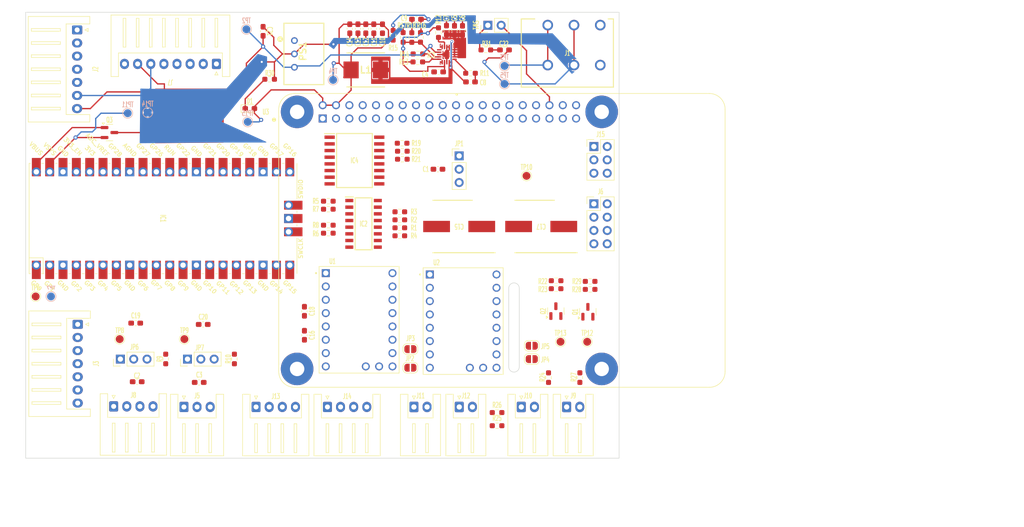
<source format=kicad_pcb>
(kicad_pcb (version 20240108) (generator "pcbnew") (generator_version "8.0")
  (layers (0 "F.Cu" signal) (31 "B.Cu" signal) (34 "B.Paste" user) (35 "F.Paste" user) (36 "B.SilkS" user "B.Silkscreen") (37 "F.SilkS" user "F.Silkscreen") (38 "B.Mask" user) (39 "F.Mask" user) (44 "Edge.Cuts" user))
  (net 0 "")
  (net 1 "/TX_PICO")
  (net 2 "/RX_PICO")
  (net 3 "/MUX_RX1")
  (net 4 "/MUX_RX3")
  (net 5 "/MUX_RX4")
  (net 6 "/MUX_RX2")
  (net 7 "/MUX_TX1")
  (net 8 "/MUX_TX2")
  (net 9 "/MUX_TX3")
  (net 10 "+12V")
  (net 11 "GND")
  (net 14 "/Display1_CS")
  (net 15 "/Display_DC")
  (net 16 "/Display_SDA")
  (net 17 "/Display_SCL")
  (net 18 "/Display2_CS")
  (net 19 "/RXD_PI4")
  (net 20 "/TXD_PI4")
  (net 26 "/MD1_DIR")
  (net 27 "/MD1_STEP")
  (net 28 "/MD1_EN")
  (net 29 "/MD2_STEP")
  (net 30 "/MD2_EN")
  (net 31 "/Display_RES")
  (net 32 "+3.3V")
  (net 33 "+5V")
  (net 34 "Net-(U3-GPIO16)")
  (net 35 "Net-(C22-Pad1)")
  (net 36 "Net-(D1-K)")
  (net 37 "Net-(R31-Pad2)")
  (net 40 "Net-(J5-Pin_2)")
  (net 41 "Net-(J8-Pin_3)")
  (net 42 "/Ledstrip1_DATA")
  (net 43 "/Ledstrip2_DATA")
  (net 44 "/LED_Cheeks")
  (net 45 "/LED_Mouth")
  (net 46 "/MUX_A")
  (net 47 "/MUX_B")
  (net 48 "/MUX_INH")
  (net 49 "/MD2_DIR")
  (net 51 "/STOP_PIN1")
  (net 52 "/STOP_PIN2")
  (net 53 "/VCC_MUX")
  (net 54 "/Regulator5V/VCC")
  (net 55 "Net-(C8-Pad1)")
  (net 56 "/Regulator5V/SW")
  (net 57 "Net-(C9-Pad1)")
  (net 58 "Net-(C9-Pad2)")
  (net 59 "/Radar_CS")
  (net 60 "/Radar_RES")
  (net 61 "/IOexp_SDA")
  (net 62 "/IOexp_SCL")
  (net 63 "/IOexp_INT")
  (net 64 "/Regulator5V/BST")
  (net 65 "/Regulator5V/PGOOD")
  (net 66 "/Regulator5V/FB")
  (net 67 "/Regulator5V/MODE")
  (net 68 "/MD_SW1")
  (net 69 "/MD_SW2")
  (net 70 "Net-(J9-Pin_2)")
  (net 71 "Net-(J10-Pin_2)")
  (net 73 "/StepperMotors/MD1_B2")
  (net 74 "/StepperMotors/MD1_B1")
  (net 75 "/StepperMotors/MD1_A1")
  (net 76 "/StepperMotors/MD1_A2")
  (net 79 "/StepperMotors/MD2_B2")
  (net 80 "/StepperMotors/MD2_B1")
  (net 81 "/StepperMotors/MD2_A1")
  (net 82 "/StepperMotors/MD2_A2")
  (net 85 "Net-(JP3-B)")
  (net 86 "Net-(JP4-B)")
  (net 87 "Net-(JP5-B)")
  (net 88 "Net-(JP2-B)")
  (net 90 "/VCC_STRIP2")
  (net 91 "/VCC_STRIP1")
  (net 92 "/SWDIO")
  (net 93 "/SWCLK")
  (net 94 "Net-(IC1-VBUS)")
  (net 95 "Net-(IC1-VSYS)")
  (net 96 "Net-(J9-Pin_1)")
  (net 97 "Net-(J10-Pin_1)")
  (net 98 "Net-(Q1-G)")
  (net 99 "Net-(Q2-G)")
  (net 100 "/Display_MOSI")
  (net 102 "/Radar_MISO")
  (net 103 "/Display_CLK")
  (net 104 "/Radar_INT")
  (net 107 "/MUX_TX4")
  (footprint "Capacitor_SMD:C_0603_1608Metric_Pad1.08x0.95mm_HandSolder" (layer "F.Cu") (at 108.712 55.5255 -90)
    (property "Reference" "C14")
    (property "Value" "47µF")
  )
  (footprint "Capacitor_SMD:C_0603_1608Metric_Pad1.08x0.95mm_HandSolder" (layer "F.Cu") (at 100.076 109.3735 -90)
    (property "Reference" "C18")
    (property "Value" "100nF 50V")
  )
  (footprint "Connector_JST:JST_XH_S7B-XH-A_1x07_P2.50mm_Horizontal" (layer "F.Cu") (at 56.896 111.873 -90)
    (property "Reference" "J3")
    (property "Value" "Display2")
  )
  (footprint "Jumper:SolderJumper-2_P1.3mm_Open_RoundedPad1.0x1.5mm" (layer "F.Cu") (at 143.368 115.951 180)
    (property "Reference" "JP5")
    (property "Value" "Jumper_2_Open")
  )
  (footprint "Resistor_SMD:R_0603_1608Metric_Pad0.98x0.95mm_HandSolder" (layer "F.Cu") (at 152.527 122.0235 90)
    (property "Reference" "R27")
    (property "Value" "100")
  )
  (footprint "Resistor_SMD:R_0603_1608Metric_Pad0.98x0.95mm_HandSolder" (layer "F.Cu") (at 121.666 61.849)
    (property "Reference" "R13")
    (property "Value" "330k")
  )
  (footprint "SamacSys_Parts:CAPAE1000X1050N" (layer "F.Cu") (at 129.54 93.218 180)
    (property "Reference" "C15")
    (property "Value" "Elec_Capacitor" (hide yes))
  )
  (footprint "Capacitor_SMD:C_0603_1608Metric_Pad1.08x0.95mm_HandSolder" (layer "F.Cu") (at 92.202 56.007 -90)
    (property "Reference" "C21")
    (property "Value" "0.10μF")
  )
  (footprint "Capacitor_SMD:C_0603_1608Metric_Pad1.08x0.95mm_HandSolder" (layer "F.Cu") (at 127.127 55.77675 90)
    (property "Reference" "C7")
    (property "Value" "0.1uF")
  )
  (footprint "TestPoint:TestPoint_Pad_D1.5mm" (layer "F.Cu") (at 148.844 115.189)
    (property "Reference" "TP13")
    (property "Value" "TP_VCC_LEDC")
  )
  (footprint "Resistor_SMD:R_0603_1608Metric_Pad0.98x0.95mm_HandSolder" (layer "F.Cu") (at 86.741 118.4675 90)
    (property "Reference" "R10")
    (property "Value" "470")
  )
  (footprint "Capacitor_SMD:C_0603_1608Metric_Pad1.08x0.95mm_HandSolder" (layer "F.Cu") (at 113.284 55.5255 -90)
    (property "Reference" "C11")
    (property "Value" "47µF")
  )
  (footprint "Jumper:SolderJumper-2_P1.3mm_Open_RoundedPad1.0x1.5mm" (layer "F.Cu") (at 120.254 120.136 180)
    (property "Reference" "JP2")
    (property "Value" "Jumper_2_Open")
  )
  (footprint "Connector_PinHeader_2.54mm:PinHeader_2x04_P2.54mm_Vertical" (layer "F.Cu") (at 155.194 88.9)
    (property "Reference" "J6")
    (property "Value" "Extra MUX_UART")
  )
  (footprint "TestPoint:TestPoint_Pad_D1.5mm" (layer "F.Cu") (at 48.895 106.553)
    (property "Reference" "TP6")
    (property "Value" "TP_RX")
  )
  (footprint "Connector_PinHeader_2.54mm:PinHeader_1x03_P2.54mm_Vertical" (layer "F.Cu") (at 65.024 118.491 90)
    (property "Reference" "JP6")
    (property "Value" "Ledstrip1_VCC")
  )
  (footprint "Capacitor_SMD:C_0603_1608Metric_Pad1.08x0.95mm_HandSolder" (layer "F.Cu") (at 110.266 55.5255 -90)
    (property "Reference" "C13")
    (property "Value" "47µF")
  )
  (footprint "Jumper:SolderJumper-2_P1.3mm_Open_RoundedPad1.0x1.5mm" (layer "F.Cu") (at 143.368 118.491 180)
    (property "Reference" "JP4")
    (property "Value" "Jumper_2_Open")
  )
  (footprint "Resistor_SMD:R_0603_1608Metric_Pad0.98x0.95mm_HandSolder" (layer "F.Cu") (at 73.66 118.4675 90)
    (property "Reference" "R9")
    (property "Value" "470")
  )
  (footprint "Capacitor_SMD:C_0603_1608Metric_Pad1.08x0.95mm_HandSolder" (layer "F.Cu") (at 114.935 55.5255 -90)
    (property "Reference" "C10")
    (property "Value" "0.1uF")
  )
  (footprint "Jumper:SolderJumper-2_P1.3mm_Open_RoundedPad1.0x1.5mm" (layer "F.Cu") (at 120.254 116.586 180)
    (property "Reference" "JP3")
    (property "Value" "Jumper_2_Open")
  )
  (footprint "Healthbot-Footprints:INDPM7265X400N" (layer "F.Cu") (at 111.76 63.373 180)
    (property "Reference" "L1")
    (property "Value" "SRP6540-1R0M" (hide yes))
  )
  (footprint "Resistor_SMD:R_0603_1608Metric_Pad0.98x0.95mm_HandSolder" (layer "F.Cu") (at 136.7555 131.191)
    (property "Reference" "R25")
    (property "Value" "50k")
  )
  (footprint "Capacitor_SMD:C_0603_1608Metric_Pad1.08x0.95mm_HandSolder" (layer "F.Cu") (at 125.6295 63.754 180)
    (property "Reference" "C4")
    (property "Value" "1uF")
  )
  (footprint "Resistor_SMD:R_0603_1608Metric_Pad0.98x0.95mm_HandSolder" (layer "F.Cu") (at 118.237 91.948 180)
    (property "Reference" "R2")
    (property "Value" "100k")
  )
  (footprint "Capacitor_SMD:C_0603_1608Metric_Pad1.08x0.95mm_HandSolder" (layer "F.Cu") (at 80.7985 111.887)
    (property "Reference" "C20")
    (property "Value" "0.10μF")
  )
  (footprint "Capacitor_SMD:C_0603_1608Metric_Pad1.08x0.95mm_HandSolder" (layer "F.Cu") (at 130.175 55.82975 90)
    (property "Reference" "C6")
    (property "Value" "22uF")
  )
  (footprint "Connector_JST:JST_XH_S2B-XH-A_1x02_P2.50mm_Horizontal" (layer "F.Cu") (at 150.007 127.614)
    (property "Reference" "J9")
    (property "Value" "Mouth")
  )
  (footprint "Resistor_SMD:R_0603_1608Metric_Pad0.98x0.95mm_HandSolder" (layer "F.Cu") (at 154.4745 105.2045)
    (property "Reference" "R28")
    (property "Value" "50k")
  )
  (footprint "Capacitor_SMD:C_0603_1608Metric_Pad1.08x0.95mm_HandSolder" (layer "F.Cu") (at 138.176 59.563)
    (property "Reference" "C22")
    (property "Value" "100nF")
  )
  (footprint "Healthbot-Footprints:TSR-1-2433" (layer "F.Cu") (at 98.171 60.325 -90)
    (property "Reference" "PS1")
    (property "Value" "TSR_1-2433" (hide yes))
  )
  (footprint "Healthbot-Footprints:SOIC127P600X175-16N" (layer "F.Cu") (at 111.334 92.71)
    (property "Reference" "IC2")
    (property "Value" "SN74LV4052ADR" (hide yes))
  )
  (footprint "SamacSys_Parts:CAPAE1000X1050N" (layer "F.Cu") (at 145.161 93.218 180)
    (property "Reference" "C17")
    (property "Value" "Elec_Capacitor" (hide yes))
  )
  (footprint "TestPoint:TestPoint_Pad_D1.5mm" (layer "F.Cu") (at 142.367 83.566)
    (property "Reference" "TP10")
    (property "Value" "TP_VCC_MUX")
  )
  (footprint "Healthbot-Footprints:RPi_Pico_SMD_TH" (layer "F.Cu") (at 73.152 91.694 90)
    (property "Reference" "IC1")
    (property "Value" "RPI_Pico_EvaluationBoard")
  )
  (footprint "Capacitor_SMD:C_0603_1608Metric_Pad1.08x0.95mm_HandSolder" (layer "F.Cu") (at 128.651 55.82975 90)
    (property "Reference" "C5")
    (property "Value" "22uF")
  )
  (footprint "Connector_JST:JST_XH_S2B-XH-A_1x02_P2.50mm_Horizontal" (layer "F.Cu") (at 141.371 127.614)
    (property "Reference" "J10")
    (property "Value" "Cheeks")
  )
  (footprint "Connector_JST:JST_XH_S7B-XH-A_1x07_P2.50mm_Horizontal" (layer "F.Cu") (at 56.79 55.746 -90)
    (property "Reference" "J2")
    (property "Value" "Display1")
  )
  (footprint "Connector_PinHeader_2.54mm:PinHeader_1x03_P2.54mm_Vertical" (layer "F.Cu") (at 129.54 79.756)
    (property "Reference" "JP1")
    (property "Value" "Mux_Vcc")
  )
  (footprint "LED_SMD:LED_0603_1608Metric_Pad1.05x0.95mm_HandSolder" (layer "F.Cu") (at 89.676 70.739)
    (property "Reference" "D1")
    (property "Value" "LED")
  )
  (footprint "Connector_JST:JST_XH_S2B-XH-A_1x02_P2.50mm_Horizontal" (layer "F.Cu") (at 120.924 127.614)
    (property "Reference" "J11")
    (property "Value" "MD_SW1")
  )
  (footprint "Resistor_SMD:R_0603_1608Metric_Pad0.98x0.95mm_HandSolder" (layer "F.Cu") (at 104.6245 89.916)
    (property "Reference" "R7")
    (property "Value" "100k")
  )
  (footprint "Capacitor_SMD:C_0603_1608Metric_Pad1.08x0.95mm_HandSolder" (layer "F.Cu") (at 131.699 65.659 180)
    (property "Reference" "C8")
    (property "Value" "0.1uF")
  )
  (footprint "TestPoint:TestPoint_Pad_D1.5mm" (layer "F.Cu") (at 64.897 114.681)
    (property "Reference" "TP8")
    (property "Value" "TP_VCC_STRIP1")
  )
  (footprint "Capacitor_SMD:C_0603_1608Metric_Pad1.08x0.95mm_HandSolder" (layer "F.Cu") (at 121.412 53.721 180)
    (property "Reference" "C9")
    (property "Value" "100pF")
  )
  (footprint "Resistor_SMD:R_0603_1608Metric_Pad0.98x0.95mm_HandSolder" (layer "F.Cu") (at 118.6745 77.343 180)
    (property "Reference" "R19")
    (property "Value" "10k")
  )
  (footprint "Connector_JST:JST_XH_S4B-XH-A_1x04_P2.50mm_Horizontal" (layer "F.Cu") (at 104.454 127.614)
    (property "Reference" "J14")
    (property "Value" "Motor2")
  )
  (footprint "Resistor_SMD:R_0603_1608Metric_Pad0.98x0.95mm_HandSolder" (layer "F.Cu") (at 147.9975 103.5535)
    (property "Reference" "R22")
    (property "Value" "47")
  )
  (footprint "Healthbot-Footprints:MODULE_RASPBERRY_PI_4B_4GB" (layer "F.Cu") (at 137.682 95.868)
    (property "Reference" "U3")
    (property "Value" "RASPBERRY_PI_4B_4GB")
  )
  (footprint "Resistor_SMD:R_0603_1608Metric_Pad0.98x0.95mm_HandSolder" (layer "F.Cu") (at 118.237 93.472 180)
    (property "Reference" "R1")
    (property "Value" "100k")
  )
  (footprint "Resistor_SMD:R_0603_1608Metric_Pad0.98x0.95mm_HandSolder" (layer "F.Cu") (at 104.6245 92.964)
    (property "Reference" "R8")
    (property "Value" "100k")
  )
  (footprint "Connector_PinHeader_2.54mm:PinHeader_1x03_P2.54mm_Vertical" (layer "F.Cu") (at 77.804 118.491 90)
    (property "Reference" "JP7")
    (property "Value" "Ledstrip2_VCC")
  )
  (footprint "Connector_JST:JST_XH_S3B-XH-A_1x03_P2.50mm_Horizontal" (layer "F.Cu") (at 77.129 127.614)
    (property "Reference" "J5")
    (property "Value" "Ledstrip2")
  )
  (footprint "Resistor_SMD:R_0603_1608Metric_Pad0.98x0.95mm_HandSolder" (layer "F.Cu") (at 122.174 57.1735 -90)
    (property "Reference" "R16")
    (property "Value" "110k")
  )
  (footprint "Package_TO_SOT_SMD:SOT-23" (layer "F.Cu") (at 154.051 109.474 90)
    (property "Reference" "Q1")
    (property "Value" "2N7002")
  )
  (footprint "Resistor_SMD:R_0603_1608Metric_Pad0.98x0.95mm_HandSolder" (layer "F.Cu") (at 118.237 90.424 180)
    (property "Reference" "R3")
    (property "Value" "100k")
  )
  (footprint "Resistor_SMD:R_0603_1608Metric_Pad0.98x0.95mm_HandSolder" (layer "F.Cu") (at 104.6245 88.392)
    (property "Reference" "R5")
    (property "Value" "100k")
  )
  (footprint "Connector_JST:JST_XH_S8B-XH-A_1x08_P2.50mm_Horizontal" (layer "F.Cu") (at 83.312 62.23 180)
    (property "Reference" "J7")
    (property "Value" "Radar")
  )
  (footprint "Capacitor_SMD:C_0603_1608Metric_Pad1.08x0.95mm_HandSolder" (layer "F.Cu") (at 68.2255 122.809)
    (property "Reference" "C2")
    (property "Value" "1000μF")
  )
  (footprint "Resistor_SMD:R_0603_1608Metric_Pad0.98x0.95mm_HandSolder" (layer "F.Cu") (at 147.9975 105.0775)
    (property "Reference" "R23")
    (property "Value" "50k")
  )
  (footprint "Capacitor_SMD:C_0603_1608Metric_Pad1.08x0.95mm_HandSolder" (layer "F.Cu") (at 111.76 55.5255 -90)
    (property "Reference" "C12")
    (property "Value" "47µF")
  )
  (footprint "Resistor_SMD:R_0603_1608Metric_Pad0.98x0.95mm_HandSolder" (layer "F.Cu") (at 118.237 94.996 180)
    (property "Reference" "R4")
    (property "Value" "100k")
  )
  (footprint "Capacitor_SMD:C_0603_1608Metric_Pad1.08x0.95mm_HandSolder" (layer "F.Cu") (at 125.5025 82.296 180)
    (property "Reference" "C1")
    (property "Value" "0.10μF")
  )
  (footprint "Package_TO_SOT_SMD:SOT-23" (layer "F.Cu") (at 147.955 109.347 90)
    (property "Reference" "Q2")
    (property "Value" "2N7002")
  )
  (footprint "Resistor_SMD:R_0603_1608Metric_Pad0.98x0.95mm_HandSolder" (layer "F.Cu") (at 118.7215 80.391 180)
    (property "Reference" "R21")
    (property "Value" "10k")
  )
  (footprint "Resistor_SMD:R_0603_1608Metric_Pad0.98x0.95mm_HandSolder" (layer "F.Cu") (at 131.699 64.008)
    (property "Reference" "R11")
    (property "Value" "0")
  )
  (footprint "Connector_PinHeader_2.54mm:PinHeader_1x02_P2.54mm_Vertical" (layer "F.Cu") (at 135.001 54.864 90)
    (property "Reference" "SW1")
    (property "Value" "SW_Push")
  )
  (footprint "SamacSys_Parts:691401700003B" (layer "F.Cu") (at 146.41 62.45)
    (property "Reference" "J1")
    (property "Value" "691401700003B" (hide yes))
  )
  (footprint "Resistor_SMD:R_0603_1608Metric_Pad0.98x0.95mm_HandSolder" (layer "F.Cu") (at 118.7215 78.867 180)
    (property "Reference" "R20")
    (property "Value" "10k")
  )
  (footprint "Capacitor_SMD:C_0603_1608Metric_Pad1.08x0.95mm_HandSolder" (layer "F.Cu") (at 67.945 111.633)
    (property "Reference" "C19")
    (property "Value" "0.10μF")
  )
  (footprint "Resistor_SMD:R_0603_1608Metric_Pad0.98x0.95mm_HandSolder" (layer "F.Cu") (at 134.62 59.563 180)
    (property "Reference" "R31")
    (property "Value" "4.7k")
  )
  (footprint "TestPoint:TestPoint_Pad_D1.5mm" (layer "F.Cu") (at 153.924 115.189)
    (property "Reference" "TP12")
    (property "Value" "TP_VCC_LEDM")
  )
  (footprint "Package_TO_SOT_SMD:SOT-23" (layer "F.Cu") (at 62.9435 75.311)
    (property "Reference" "Q3")
    (property "Value" "BSS84")
  )
  (footprint "Connector_JST:JST_XH_S4B-XH-A_1x04_P2.50mm_Horizontal" (layer "F.Cu") (at 63.747 127.508)
    (property "Reference" "J8")
    (property "Value" "Ledstrip1")
  )
  (footprint "SamacSys_Parts:SOIC127P1030X265-16N" (layer "F.Cu") (at 109.601 80.645)
    (property "Reference" "IC4")
    (property "Value" "TCA9534DWR" (hide yes))
  )
  (footprint "Resistor_SMD:R_0603_1608Metric_Pad0.98x0.95mm_HandSolder" (layer "F.Cu") (at 154.4745 103.6805)
    (property "Reference" "R29")
    (property "Value" "47")
  )
  (footprint "Connector_JST:JST_XH_S2B-XH-A_1x02_P2.50mm_Horizontal" (layer "F.Cu") (at 129.56 127.614)
    (property "Reference" "J12")
    (property "Value" "MD_SW2")
  )
  (footprint "TestPoint:TestPoint_Pad_D1.5mm" (layer "F.Cu") (at 77.216 114.681)
    (property "Reference" "TP9")
    (property "Value" "TP_VCC_STRIP2")
  )
  (footprint "Capacitor_SMD:C_0603_1608Metric_Pad1.08x0.95mm_HandSolder" (layer "F.Cu") (at 100.076 113.9455 -90)
    (property "Reference" "C16")
    (property "Value" "100nF 50V")
  )
  (footprint "Connector_JST:JST_XH_S4B-XH-A_1x04_P2.50mm_Horizontal" (layer "F.Cu") (at 90.865 127.614)
    (property "Reference" "J13")
    (property "Value" "Motor1")
  )
  (footprint "Healthbot-Footprints:MODULE_TMC2209_SILENTSTEPSTICK" (layer "F.Cu") (at 130.302 111.252)
    (property "Reference" "U2")
    (property "Value" "TMC2209_MotorDriver")
  )
  (footprint "Connector_PinHeader_2.54mm:PinHeader_2x03_P2.54mm_Vertical" (layer "F.Cu") (at 155.194 77.978)
    (property "Reference" "J15")
    (property "Value" "Extra VCC/GND")
  )
  (footprint "Healthbot-Footprints:QFN45P300X300X100-21N-D" (layer "F.Cu") (at 127.201 60.441 180)
    (property "Reference" "IC3")
    (property "Value" "TPS51397ARJER" (hide yes))
  )
  (footprint "Resistor_SMD:R_0603_1608Metric_Pad0.98x0.95mm_HandSolder" (layer "F.Cu") (at 93.4485 65.151 180)
    (property "Reference" "R30")
    (property "Value" "100")
  )
  (footprint "Resistor_SMD:R_0603_1608Metric_Pad0.98x0.95mm_HandSolder" (layer "F.Cu") (at 104.6245 94.488)
    (property "Reference" "R6")
    (property "Value" "100k")
  )
  (footprint "Resistor_SMD:R_0603_1608Metric_Pad0.98x0.95mm_HandSolder" (layer "F.Cu") (at 136.7555 128.681)
    (property "Reference" "R26")
    (property "Value" "50k")
  )
  (footprint "Resistor_SMD:R_0603_1608Metric_Pad0.98x0.95mm_HandSolder" (layer "F.Cu") (at 146.558 122.0235 90)
    (property "Reference" "R24")
    (property "Value" "75")
  )
  (footprint "Capacitor_SMD:C_0603_1608Metric_Pad1.08x0.95mm_HandSolder" (layer "F.Cu") (at 80.0365 122.936)
    (property "Reference" "C3")
    (property "Value" "1000μF")
  )
  (footprint "Resistor_SMD:R_0603_1608Metric_Pad0.98x0.95mm_HandSolder" (layer "F.Cu") (at 118.872 57.1735 90)
    (property "Reference" "R17")
    (property "Value" "15k")
  )
  (footprint "Healthbot-Footprints:MODULE_TMC2209_SILENTSTEPSTICK" (layer "F.Cu") (at 110.49 110.998)
    (property "Reference" "U1")
    (property "Value" "TMC2209_MotorDriver")
  )
  (footprint "Resistor_SMD:R_0603_1608Metric_Pad0.98x0.95mm_HandSolder" (layer "F.Cu") (at 121.6895 60.325 180)
    (property "Reference" "R14")
    (property "Value" "15k")
  )
  (footprint "Resistor_SMD:R_0603_1608Metric_Pad0.98x0.95mm_HandSolder" (layer "F.Cu") (at 116.967 56.769 90)
    (property "Reference" "R15")
    (property "Value" "51.1")
  )
  (footprint "Resistor_SMD:R_0603_1608Metric_Pad0.98x0.95mm_HandSolder" (layer "F.Cu") (at 120.523 57.197 90)
    (property "Reference" "R18")
    (property "Value" "0")
  )
  (footprint "Resistor_SMD:R_0603_1608Metric_Pad0.98x0.95mm_HandSolder" (layer "F.Cu") (at 125.603 56.261 -90)
    (property "Reference" "R12")
    (property "Value" "100k")
  )
  (footprint "TestPoint:TestPoint_Pad_D1.5mm" (layer "B.Cu") (at 138.176 62.611 180)
    (property "Reference" "TP3")
    (property "Value" "TP_12V")
  )
  (footprint "TestPoint:TestPoint_Pad_D1.5mm" (layer "B.Cu") (at 105.537 65.278 180)
    (property "Reference" "TP4")
    (property "Value" "TP_5V")
  )
  (footprint "TestPoint:TestPoint_Pad_D1.5mm" (layer "B.Cu") (at 70.231 71.501 180)
    (property "Reference" "TP14")
    (property "Value" "TP_GND")
  )
  (footprint "TestPoint:TestPoint_Pad_D1.5mm" (layer "B.Cu") (at 89.281 73.279 180)
    (property "Reference" "TP15")
    (property "Value" "TP_5V_RPI4")
  )
  (footprint "TestPoint:TestPoint_Pad_D1.5mm" (layer "B.Cu") (at 51.816 106.553 180)
    (property "Reference" "TP7")
    (property "Value" "TP_TX")
  )
  (footprint "TestPoint:TestPoint_Pad_D1.5mm" (layer "B.Cu") (at 138.176 66.04 180)
    (property "Reference" "TP5")
    (property "Value" "TP_GND")
  )
  (footprint "TestPoint:TestPoint_Pad_D1.5mm" (layer "B.Cu") (at 66.421 71.628 180)
    (property "Reference" "TP11")
    (property "Value" "TP_VSYS")
  )
  (footprint "TestPoint:TestPoint_Pad_D1.5mm" (layer "B.Cu") (at 89.027 55.626 180)
    (property "Reference" "TP2")
    (property "Value" "TP_3.3V")
  )
  (gr_line (start 138.982 119.968) (end 138.982 104.968) (stroke (width 0.1)) (layer "Edge.Cuts"))
  (gr_arc (start 140.982 119.968) (mid 139.982 120.968) (end 138.982 119.968) (stroke (width 0.1)) (layer "Edge.Cuts"))
  (gr_arc (start 138.982 104.968) (mid 139.982 103.968) (end 140.982 104.968) (stroke (width 0.1)) (layer "Edge.Cuts"))
  (gr_line (start 140.982 104.968) (end 140.982 119.968) (stroke (width 0.1)) (layer "Edge.Cuts"))
  (gr_rect (start 47 52.38) (end 160 137.38) (stroke (width 0.1)) (fill none) (layer "Edge.Cuts"))
  (segment (start 146.41 54.83) (end 146.41 62.45) (width 0.25) (layer "F.Cu") (net 10))
  (segment (start 138.337 62.45) (end 138.176 62.611) (width 0.25) (layer "B.Cu") (net 10))
  (segment (start 146.41 62.45) (end 138.337 62.45) (width 0.25) (layer "B.Cu") (net 10))
  (segment (start 94.234 58.674) (end 94.234 57.1765) (width 0.25) (layer "F.Cu") (net 11))
  (segment (start 130.302 53.594) (end 130.175 53.721) (width 0.25) (layer "F.Cu") (net 11))
  (segment (start 110.236 56.418) (end 110.266 56.388) (width 0.25) (layer "F.Cu") (net 11))
  (segment (start 95.885 60.325) (end 94.361 61.849) (width 0.25) (layer "F.Cu") (net 11))
  (segment (start 135.128 61.087) (end 137.5145 61.087) (width 0.25) (layer "F.Cu") (net 11))
  (segment (start 127.18 54.96725) (end 127.127 54.91425) (width 0.25) (layer "F.Cu") (net 11))
  (segment (start 130.175 53.721) (end 130.175 54.96725) (width 0.25) (layer "F.Cu") (net 11))
  (segment (start 118.872 54.991) (end 118.872 56.261) (width 0.25) (layer "F.Cu") (net 11))
  (segment (start 137.5145 61.087) (end 139.0385 59.563) (width 0.25) (layer "F.Cu") (net 11))
  (segment (start 100.0125 58.4835) (end 98.171 60.325) (width 0.25) (layer "F.Cu") (net 11))
  (segment (start 94.361 61.849) (end 91.948 61.849) (width 0.25) (layer "F.Cu") (net 11))
  (segment (start 128.651 53.721) (end 128.651 54.96725) (width 0.25) (layer "F.Cu") (net 11))
  (segment (start 113.284 57.912) (end 113.284 56.388) (width 0.25) (layer "F.Cu") (net 11))
  (segment (start 127.127 53.594) (end 127.127 54.91425) (width 0.25) (layer "F.Cu") (net 11))
  (segment (start 94.234 57.1765) (end 92.202 55.1445) (width 0.25) (layer "F.Cu") (net 11))
  (segment (start 105.6005 58.4835) (end 100.0125 58.4835) (width 0.25) (layer "F.Cu") (net 11))
  (segment (start 94.361 61.849) (end 94.361 65.151) (width 0.25) (layer "F.Cu") (net 11))
  (segment (start 128.778 53.594) (end 128.651 53.721) (width 0.25) (layer "F.Cu") (net 11))
  (segment (start 95.885 60.325) (end 94.234 58.674) (width 0.25) (layer "F.Cu") (net 11))
  (segment (start 105.6005 58.4835) (end 105.664 58.547) (width 0.25) (layer "F.Cu") (net 11))
  (segment (start 98.171 60.325) (end 95.885 60.325) (width 0.25) (layer "F.Cu") (net 11))
  (segment (start 111.76 57.912) (end 111.76 56.388) (width 0.25) (layer "F.Cu") (net 11))
  (segment (start 108.712 57.785) (end 108.712 56.388) (width 0.25) (layer "F.Cu") (net 11))
  (segment (start 151.41 54.83) (end 151.41 62.45) (width 0.25) (layer "F.Cu") (net 11))
  (segment (start 110.236 57.785) (end 110.236 56.418) (width 0.25) (layer "F.Cu") (net 11))
  (segment (start 134.366 61.849) (end 135.128 61.087) (width 0.25) (layer "F.Cu") (net 11))
  (via (at 108.712 57.785) (size 0.8) (drill 0.4) (layers "F.Cu" "B.Cu") (net 11))
  (via (at 130.302 53.594) (size 0.8) (drill 0.4) (layers "F.Cu" "B.Cu") (net 11))
  (via (at 91.948 61.849) (size 0.8) (drill 0.4) (layers "F.Cu" "B.Cu") (net 11))
  (via (at 134.366 61.849) (size 0.8) (drill 0.4) (layers "F.Cu" "B.Cu") (net 11))
  (via (at 113.284 57.912) (size 0.8) (drill 0.4) (layers "F.Cu" "B.Cu") (net 11))
  (via (at 128.778 53.594) (size 0.8) (drill 0.4) (layers "F.Cu" "B.Cu") (net 11))
  (via (at 118.872 54.991) (size 0.8) (drill 0.4) (layers "F.Cu" "B.Cu") (net 11))
  (via (at 110.236 57.785) (size 0.8) (drill 0.4) (layers "F.Cu" "B.Cu") (net 11))
  (via (at 105.6005 58.4835) (size 0.8) (drill 0.4) (layers "F.Cu" "B.Cu") (net 11))
  (via (at 127.127 53.594) (size 0.8) (drill 0.4) (layers "F.Cu" "B.Cu") (net 11))
  (via (at 111.76 57.912) (size 0.8) (drill 0.4) (layers "F.Cu" "B.Cu") (net 11))
  (segment (start 138.176 66.04) (end 134.366 62.23) (width 0.25) (layer "B.Cu") (net 11))
  (segment (start 56.79 68.246) (end 69.422 68.246) (width 0.25) (layer "B.Cu") (net 11))
  (segment (start 147.82 66.04) (end 138.176 66.04) (width 0.25) (layer "B.Cu") (net 11))
  (segment (start 69.422 68.246) (end 70.812 66.856) (width 0.25) (layer "B.Cu") (net 11))
  (segment (start 134.366 62.23) (end 134.366 61.849) (width 0.25) (layer "B.Cu") (net 11))
  (segment (start 151.41 62.45) (end 147.82 66.04) (width 0.25) (layer "B.Cu") (net 11))
  (segment (start 70.812 66.856) (end 70.812 62.23) (width 0.25) (layer "B.Cu") (net 11))
  (segment (start 110.363 57.912) (end 110.236 57.785) (width 0.25) (layer "B.Cu") (net 11))
  (segment (start 62.484 67.564) (end 59.302 70.746) (width 0.25) (layer "F.Cu") (net 32))
  (segment (start 92.202 58.928) (end 92.202 56.8695) (width 0.25) (layer "F.Cu") (net 32))
  (segment (start 125.001 59.991) (end 125.751 59.991) (width 0.25) (layer "F.Cu") (net 32))
  (segment (start 73.406 67.564) (end 62.484 67.564) (width 0.25) (layer "F.Cu") (net 32))
  (segment (start 92.202 58.928) (end 89.027 62.103) (width 0.25) (layer "F.Cu") (net 32))
  (segment (start 59.302 70.746) (end 56.79 70.746) (width 0.25) (layer "F.Cu") (net 32))
  (segment (start 63.881 75.311) (end 73.533 75.311) (width 0.25) (layer "F.Cu") (net 32))
  (segment (start 89.027 62.103) (end 89.027 64.643) (width 0.25) (layer "F.Cu") (net 32))
  (segment (start 124.079 58.801) (end 124.079 59.069) (width 0.25) (layer "F.Cu") (net 32))
  (segment (start 72.122 66.04) (end 73.406 66.04) (width 0.25) (layer "F.Cu") (net 32))
  (segment (start 73.406 66.04) (end 73.406 67.564) (width 0.25) (layer "F.Cu") (net 32))
  (segment (start 124.079 59.069) (end 125.001 59.991) (width 0.25) (layer "F.Cu") (net 32))
  (segment (start 68.312 62.23) (end 72.122 66.04) (width 0.25) (layer "F.Cu") (net 32))
  (via (at 92.202 58.928) (size 0.8) (drill 0.4) (layers "F.Cu" "B.Cu") (net 32))
  (via (at 124.079 58.801) (size 0.8) (drill 0.4) (layers "F.Cu" "B.Cu") (net 32))
  (segment (start 92.202 58.801) (end 89.027 55.626) (width 0.25) (layer "B.Cu") (net 32))
  (segment (start 105.08 60.528) (end 102.997 62.611) (width 0.25) (layer "B.Cu") (net 32))
  (segment (start 92.202 58.928) (end 92.202 58.801) (width 0.25) (layer "B.Cu") (net 32))
  (segment (start 92.202 58.928) (end 96.139 62.865) (width 0.25) (layer "B.Cu") (net 32))
  (segment (start 122.352 60.528) (end 105.08 60.528) (width 0.25) (layer "B.Cu") (net 32))
  (segment (start 102.997 62.611) (end 98.425 62.611) (width 0.25) (layer "B.Cu") (net 32))
  (segment (start 124.079 58.801) (end 122.352 60.528) (width 0.25) (layer "B.Cu") (net 32))
  (segment (start 96.139 62.865) (end 98.171 62.865) (width 0.25) (layer "B.Cu") (net 32))
  (segment (start 98.425 62.611) (end 98.171 62.865) (width 0.25) (layer "B.Cu") (net 32))
  (segment (start 111.76 54.663) (end 110.266 54.663) (width 0.25) (layer "F.Cu") (net 33))
  (segment (start 108.712 54.663) (end 107.516 54.663) (width 0.25) (layer "F.Cu") (net 33))
  (segment (start 108.96 63.373) (end 107.563 64.77) (width 0.25) (layer "F.Cu") (net 33))
  (segment (start 103.552 68.754) (end 101.981 67.183) (width 0.25) (layer "F.Cu") (net 33))
  (segment (start 116.967 57.6815) (end 116.9435 57.658) (width 0.25) (layer "F.Cu") (net 33))
  (segment (start 106.092 70.098) (end 103.552 70.098) (width 0.25) (layer "F.Cu") (net 33))
  (segment (start 108.96 60.458) (end 108.96 63.373) (width 0.25) (layer "F.Cu") (net 33))
  (segment (start 107.516 54.663) (end 106.68 55.499) (width 0.25) (layer "F.Cu") (net 33))
  (segment (start 116.245 57.6815) (end 114.7445 59.182) (width 0.25) (layer "F.Cu") (net 33))
  (segment (start 116.245 57.6815) (end 116.078 57.5145) (width 0.25) (layer "F.Cu") (net 33))
  (segment (start 103.552 70.098) (end 103.552 68.754) (width 0.25) (layer "F.Cu") (net 33))
  (segment (start 106.68 62.106) (end 107.947 63.373) (width 0.25) (layer "F.Cu") (net 33))
  (segment (start 90.551 70.739) (end 90.551 71.628) (width 0.25) (layer "F.Cu") (net 33))
  (segment (start 114.935 54.663) (end 113.284 54.663) (width 0.25) (layer "F.Cu") (net 33))
  (segment (start 114.7445 59.182) (end 110.236 59.182) (width 0.25) (layer "F.Cu") (net 33))
  (segment (start 116.078 55.806) (end 114.935 54.663) (width 0.25) (layer "F.Cu") (net 33))
  (segment (start 108.96 63.373) (end 108.96 67.23) (width 0.25) (layer "F.Cu") (net 33))
  (segment (start 106.68 55.499) (end 106.68 62.106) (width 0.25) (layer "F.Cu") (net 33))
  (segment (start 110.266 54.663) (end 108.712 54.663) (width 0.25) (layer "F.Cu") (net 33))
  (segment (start 105.667 62.106) (end 105.664 62.103) (width 0.25) (layer "F.Cu") (net 33))
  (segment (start 93.726 67.183) (end 90.551 70.358) (width 0.25) (layer "F.Cu") (net 33))
  (segment (start 108.96 67.23) (end 106.092 70.098) (width 0.25) (layer "F.Cu") (net 33))
  (segment (start 90.551 71.628) (end 91.821 72.898) (width 0.25) (layer "F.Cu") (net 33))
  (segment (start 106.68 62.106) (end 105.667 62.106) (width 0.25) (layer "F.Cu") (net 33))
  (segment (start 110.236 59.182) (end 108.96 60.458) (width 0.25) (layer "F.Cu") (net 33))
  (segment (start 101.981 67.183) (end 93.726 67.183) (width 0.25) (layer "F.Cu") (net 33))
  (segment (start 113.284 54.663) (end 111.76 54.663) (width 0.25) (layer "F.Cu") (net 33))
  (segment (start 116.967 57.6815) (end 116.245 57.6815) (width 0.25) (layer "F.Cu") (net 33))
  (segment (start 90.551 70.358) (end 90.551 70.739) (width 0.25) (layer "F.Cu") (net 33))
  (segment (start 107.947 63.373) (end 108.96 63.373) (width 0.25) (layer "F.Cu") (net 33))
  (segment (start 116.078 57.5145) (end 116.078 55.806) (width 0.25) (layer "F.Cu") (net 33))
  (via (at 91.821 72.898) (size 0.8) (drill 0.4) (layers "F.Cu" "B.Cu") (net 33))
  (via (at 105.664 62.103) (size 0.8) (drill 0.4) (layers "F.Cu" "B.Cu") (net 33))
  (segment (start 105.664 62.103) (end 105.537 62.23) (width 0.25) (layer "B.Cu") (net 33))
  (segment (start 105.537 62.23) (end 105.537 65.278) (width 0.25) (layer "B.Cu") (net 33))
  (segment (start 91.821 72.898) (end 91.44 73.279) (width 0.25) (layer "B.Cu") (net 33))
  (segment (start 91.44 73.279) (end 89.281 73.279) (width 0.25) (layer "B.Cu") (net 33))
  (segment (start 142.367 64.135) (end 146.732 68.5) (width 0.25) (layer "F.Cu") (net 34))
  (segment (start 137.541 54.864) (end 142.367 59.69) (width 0.25) (layer "F.Cu") (net 34))
  (segment (start 146.732 68.5) (end 146.732 70.098) (width 0.25) (layer "F.Cu") (net 34))
  (segment (start 142.367 59.69) (end 142.367 64.135) (width 0.25) (layer "F.Cu") (net 34))
  (segment (start 137.3135 59.563) (end 135.5325 59.563) (width 0.25) (layer "F.Cu") (net 35))
  (segment (start 88.801 70.739) (end 88.801 68.886) (width 0.25) (layer "F.Cu") (net 36))
  (segment (start 88.801 68.886) (end 92.536 65.151) (width 0.25) (layer "F.Cu") (net 36))
  (segment (start 133.4535 59.309) (end 133.7075 59.563) (width 0.25) (layer "F.Cu") (net 37))
  (segment (start 133.4535 56.4115) (end 133.4535 59.309) (width 0.25) (layer "F.Cu") (net 37))
  (segment (start 135.001 54.864) (end 133.4535 56.4115) (width 0.25) (layer "F.Cu") (net 37))
  (segment (start 123.571 63.627) (end 123.571 62.738) (width 0.25) (layer "F.Cu") (net 54))
  (segment (start 120.142 63.627) (end 123.571 63.627) (width 0.25) (layer "F.Cu") (net 54))
  (segment (start 124.6105 55.3485) (end 125.603 55.3485) (width 0.25) (layer "F.Cu") (net 54))
  (segment (start 126.751 61.891) (end 126.751 62.738) (width 0.25) (layer "F.Cu") (net 54))
  (segment (start 126.751 62.738) (end 126.751 63.495) (width 0.25) (layer "F.Cu") (net 54))
  (segment (start 118.999 61.849) (end 118.872 61.976) (width 0.25) (layer "F.Cu") (net 54))
  (segment (start 126.751 63.495) (end 126.492 63.754) (width 0.25) (layer "F.Cu") (net 54))
  (segment (start 118.872 62.357) (end 120.142 63.627) (width 0.25) (layer "F.Cu") (net 54))
  (segment (start 123.571 62.738) (end 126.751 62.738) (width 0.25) (layer "F.Cu") (net 54))
  (segment (start 118.872 59.309) (end 118.872 61.976) (width 0.25) (layer "F.Cu") (net 54))
  (segment (start 118.872 61.976) (end 118.872 62.357) (width 0.25) (layer "F.Cu") (net 54))
  (segment (start 123.571 56.388) (end 124.6105 55.3485) (width 0.25) (layer "F.Cu") (net 54))
  (segment (start 120.7535 61.849) (end 118.999 61.849) (width 0.25) (layer "F.Cu") (net 54))
  (via (at 118.872 59.309) (size 0.8) (drill 0.4) (layers "F.Cu" "B.Cu") (net 54))
  (via (at 123.571 56.388) (size 0.8) (drill 0.4) (layers "F.Cu" "B.Cu") (net 54))
  (segment (start 122.301 56.388) (end 121.539 57.15) (width 0.25) (layer "B.Cu") (net 54))
  (segment (start 118.872 57.277) (end 118.872 59.309) (width 0.25) (layer "B.Cu") (net 54))
  (segment (start 118.999 57.15) (end 118.872 57.277) (width 0.25) (layer "B.Cu") (net 54))
  (segment (start 123.571 56.388) (end 122.301 56.388) (width 0.25) (layer "B.Cu") (net 54))
  (segment (start 121.539 57.15) (end 118.999 57.15) (width 0.25) (layer "B.Cu") (net 54))
  (segment (start 132.6115 64.008) (end 132.6115 65.609) (width 0.25) (layer "F.Cu") (net 55))
  (segment (start 132.6115 65.609) (end 132.5615 65.659) (width 0.25) (layer "F.Cu") (net 55))
  (segment (start 130.60625 65.659) (end 127.889 62.94175) (width 0.25) (layer "F.Cu") (net 56))
  (segment (start 128.038 58.97825) (end 128.038 58.06725) (width 0.25) (layer "F.Cu") (net 56))
  (segment (start 130.8365 65.659) (end 130.60625 65.659) (width 0.25) (layer "F.Cu") (net 56))
  (segment (start 128.038 58.06725) (end 128.143 57.96225) (width 0.25) (layer "F.Cu") (net 56))
  (via (at 128.143 57.96225) (size 0.5) (drill 0.3) (layers "F.Cu" "B.Cu") (net 56))
  (via (at 127.889 62.94175) (size 0.5) (drill 0.3) (layers "F.Cu" "B.Cu") (net 56))
  (segment (start 128.016 58.08925) (end 128.143 57.96225) (width 0.25) (layer "B.Cu") (net 56))
  (segment (start 128.016 62.81475) (end 128.016 58.08925) (width 0.25) (layer "B.Cu") (net 56))
  (segment (start 127.889 62.94175) (end 128.016 62.81475) (width 0.25) (layer "B.Cu") (net 56))
  (segment (start 122.2745 53.721) (end 123.698 53.721) (width 0.25) (layer "F.Cu") (net 57))
  (segment (start 122.174 56.134) (end 122.2745 56.0335) (width 0.25) (layer "F.Cu") (net 57))
  (segment (start 122.174 56.261) (end 122.174 56.134) (width 0.25) (layer "F.Cu") (net 57))
  (segment (start 116.967 54.864) (end 116.967 55.8565) (width 0.25) (layer "F.Cu") (net 57))
  (segment (start 122.2745 56.0335) (end 122.2745 53.721) (width 0.25) (layer "F.Cu") (net 57))
  (via (at 123.698 53.721) (size 0.8) (drill 0.4) (layers "F.Cu" "B.Cu") (net 57))
  (via (at 116.967 54.864) (size 0.8) (drill 0.4) (layers "F.Cu" "B.Cu") (net 57))
  (segment (start 116.967 54.356) (end 118.364 52.959) (width 0.25) (layer "B.Cu") (net 57))
  (segment (start 122.936 52.959) (end 123.698 53.721) (width 0.25) (layer "B.Cu") (net 57))
  (segment (start 118.364 52.959) (end 122.936 52.959) (width 0.25) (layer "B.Cu") (net 57))
  (segment (start 116.967 54.864) (end 116.967 54.356) (width 0.25) (layer "B.Cu") (net 57))
  (segment (start 120.5495 56.258) (end 120.523 56.2845) (width 0.25) (layer "F.Cu") (net 58))
  (segment (start 120.5495 53.721) (end 120.5495 56.258) (width 0.25) (layer "F.Cu") (net 58))
  (segment (start 130.7865 63.4765) (end 128.651 61.341) (width 0.25) (layer "F.Cu") (net 64))
  (segment (start 130.7865 64.008) (end 130.7865 63.4765) (width 0.25) (layer "F.Cu") (net 64))
  (segment (start 125.73 58.039) (end 125.603 57.912) (width 0.25) (layer "F.Cu") (net 65))
  (segment (start 126.751 58.991) (end 126.751 58.171) (width 0.25) (layer "F.Cu") (net 65))
  (segment (start 125.603 57.912) (end 125.603 57.1735) (width 0.25) (layer "F.Cu") (net 65))
  (segment (start 126.751 58.171) (end 126.619 58.039) (width 0.25) (layer "F.Cu") (net 65))
  (segment (start 126.619 58.039) (end 125.73 58.039) (width 0.25) (layer "F.Cu") (net 65))
  (segment (start 125.751 60.891) (end 124.899 60.891) (width 0.25) (layer "F.Cu") (net 66))
  (segment (start 124.899 60.891) (end 122.174 58.166) (width 0.25) (layer "F.Cu") (net 66))
  (segment (start 118.8955 58.1095) (end 118.872 58.086) (width 0.25) (layer "F.Cu") (net 66))
  (segment (start 120.5465 58.086) (end 120.523 58.1095) (width 0.25) (layer "F.Cu") (net 66))
  (segment (start 120.523 58.1095) (end 118.8955 58.1095) (width 0.25) (layer "F.Cu") (net 66))
  (segment (start 122.174 58.166) (end 122.174 58.086) (width 0.25) (layer "F.Cu") (net 66))
  (segment (start 122.174 58.086) (end 120.5465 58.086) (width 0.25) (layer "F.Cu") (net 66))
  (segment (start 123.825 61.849) (end 124.333 61.341) (width 0.25) (layer "F.Cu") (net 67))
  (segment (start 124.587 61.341) (end 125.751 61.341) (width 0.25) (layer "F.Cu") (net 67))
  (segment (start 124.333 61.341) (end 124.587 61.341) (width 0.25) (layer "F.Cu") (net 67))
  (segment (start 124.587 61.341) (end 123.571 60.325) (width 0.25) (layer "F.Cu") (net 67))
  (segment (start 123.571 60.325) (end 122.602 60.325) (width 0.25) (layer "F.Cu") (net 67))
  (segment (start 123.825 61.849) (end 122.5785 61.849) (width 0.25) (layer "F.Cu") (net 67))
  (segment (start 80.391 118.571) (end 80.344 118.618) (width 0.25) (layer "F.Cu") (net 90))
  (segment (start 49.022 81.194) (end 49.022 82.804) (width 0.25) (layer "F.Cu") (net 94))
  (segment (start 55.855 74.361) (end 49.022 81.194) (width 0.25) (layer "F.Cu") (net 94))
  (segment (start 62.006 74.361) (end 60.198 74.361) (width 0.25) (layer "F.Cu") (net 94))
  (segment (start 60.198 74.361) (end 55.855 74.361) (width 0.25) (layer "F.Cu") (net 94))
  (segment (start 56.495 76.261) (end 51.562 81.194) (width 0.25) (layer "F.Cu") (net 95))
  (segment (start 51.562 81.194) (end 51.562 82.804) (width 0.25) (layer "F.Cu") (net 95))
  (segment (start 62.006 76.261) (end 56.495 76.261) (width 0.25) (layer "F.Cu") (net 95))
  (via (at 56.495 76.261) (size 0.8) (drill 0.4) (layers "F.Cu" "B.Cu") (net 95))
  (segment (start 60.325 72.644) (end 61.341 71.628) (width 0.25) (layer "B.Cu") (net 95))
  (segment (start 56.495 76.261) (end 57.572 75.184) (width 0.25) (layer "B.Cu") (net 95))
  (segment (start 61.341 71.628) (end 66.421 71.628) (width 0.25) (layer "B.Cu") (net 95))
  (segment (start 57.572 75.184) (end 59.69 75.184) (width 0.25) (layer "B.Cu") (net 95))
  (segment (start 59.69 75.184) (end 60.325 74.549) (width 0.25) (layer "B.Cu") (net 95))
  (segment (start 60.325 74.549) (end 60.325 72.644) (width 0.25) (layer "B.Cu") (net 95))
  (zone (net 32) (net_name "+3.3V") (layer "F.Cu") (name "SW") (priority 5) (connect_pads (clearance 0)) (min_thickness 0.15) (fill yes (thermal_gap 0.15) (thermal_bridge_width 0.8))
    (polygon (pts (xy 88.773 62.992) (xy 85.344 66.929) (xy 71.628 66.929) (xy 71.628 77.343) (xy 84.709 77.216) (xy 84.709 72.644) (xy 91.059 64.897)))
  )
  (zone (net 11) (net_name "GND") (layer "F.Cu") (name "GND") (connect_pads (clearance 0)) (min_thickness 0.15) (fill yes (thermal_gap 0.15) (thermal_bridge_width 0.8))
    (polygon (pts (xy 127 62.40725) (xy 127.381 62.40725) (xy 127.381 61.26425) (xy 127.762 61.26425) (xy 127.762 58.34325) (xy 126.873 58.34325) (xy 126.873 59.74025) (xy 126.492 59.74025) (xy 126.492 58.34325) (xy 125.857 58.34325) (xy 125.857 60.24825) (xy 125.222 60.24825) (xy 125.222 60.62925) (xy 125.857 60.62925) (xy 125.857 62.53425) (xy 126.492 62.53425) (xy 126.492 61.39125) (xy 127 61.39125)))
  )
  (zone (net 56) (net_name "/Regulator5V/SW") (layer "F.Cu") (name "SW") (priority 2) (connect_pads (clearance 0)) (min_thickness 0.15) (fill yes (thermal_gap 0.15) (thermal_bridge_width 0.8))
    (polygon (pts (xy 127.508 61.341) (xy 128.27 61.341) (xy 128.27 66.04) (xy 112.776 66.04) (xy 112.776 60.833) (xy 116.459 60.833) (xy 116.459 64.77) (xy 127.508 64.77)))
  )
  (zone (net 10) (net_name "+12V") (layer "F.Cu") (name "12V") (priority 1) (connect_pads (clearance 0)) (min_thickness 0.15) (fill yes (thermal_gap 0.15) (thermal_bridge_width 0.8))
    (polygon (pts (xy 126.365 57.58125) (xy 127.934475 57.58125) (xy 127.934475 61.131933) (xy 130.855475 61.131933) (xy 130.855475 55.797933) (xy 126.365 55.80325)))
  )
  (zone (net 11) (net_name "GND") (layer "B.Cu") (name "GND") (priority 3) (connect_pads (clearance 0)) (min_thickness 0.15) (fill yes (thermal_gap 0.15) (thermal_bridge_width 0.8))
    (polygon (pts (xy 125.095 53.086) (xy 123.698 54.483) (xy 118.745 54.483) (xy 115.951 57.277) (xy 105.664 57.277) (xy 104.648 58.674) (xy 105.664 59.436) (xy 106.426 58.42) (xy 116.078 58.42) (xy 118.999 55.372) (xy 123.952 55.372) (xy 125.222 54.102) (xy 131.064 54.102) (xy 131.1275 56.261) (xy 131.191 58.42) (xy 146.05 58.547) (xy 151.003 64.135) (xy 153.035 62.484) (xy 147.32 56.388) (xy 132.715 56.388) (xy 132.715 52.959) (xy 131.064 52.959)))
  )
  (zone (net 11) (net_name "GND") (layer "B.Cu") (name "GND") (priority 4) (connect_pads (clearance 0)) (min_thickness 0.15) (fill yes (thermal_gap 0.15) (thermal_bridge_width 0.8))
    (polygon (pts (xy 91.186 60.325) (xy 85.217 66.929) (xy 75.184 67.056) (xy 68.834 66.929) (xy 68.707 77.343) (xy 81.788 77.216) (xy 93.091 77.216) (xy 84.294078 73.25136) (xy 92.964 62.611) (xy 92.964 60.833)))
  )
)
</source>
